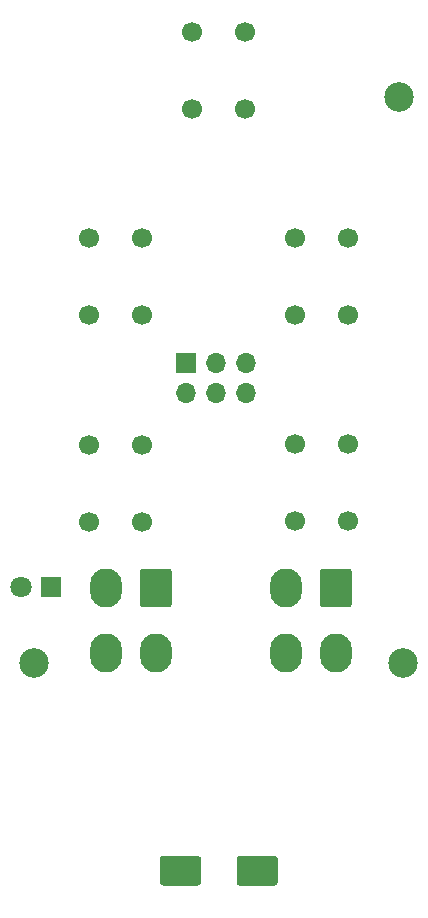
<source format=gbr>
%TF.GenerationSoftware,KiCad,Pcbnew,(5.1.9)-1*%
%TF.CreationDate,2021-09-19T09:11:26-06:00*%
%TF.ProjectId,jett_station_select,6a657474-5f73-4746-9174-696f6e5f7365,rev?*%
%TF.SameCoordinates,Original*%
%TF.FileFunction,Soldermask,Bot*%
%TF.FilePolarity,Negative*%
%FSLAX46Y46*%
G04 Gerber Fmt 4.6, Leading zero omitted, Abs format (unit mm)*
G04 Created by KiCad (PCBNEW (5.1.9)-1) date 2021-09-19 09:11:26*
%MOMM*%
%LPD*%
G01*
G04 APERTURE LIST*
%ADD10C,1.700000*%
%ADD11O,1.700000X1.700000*%
%ADD12R,1.700000X1.700000*%
%ADD13O,2.700000X3.300000*%
%ADD14C,2.500000*%
%ADD15C,1.800000*%
%ADD16R,1.800000X1.800000*%
G04 APERTURE END LIST*
D10*
%TO.C,SW5*%
X156876750Y-97694749D03*
X156876750Y-91194749D03*
X161376750Y-97694749D03*
X161376750Y-91194749D03*
%TD*%
%TO.C,SW4*%
X143922750Y-91217749D03*
X143922750Y-97717749D03*
X139422750Y-91217749D03*
X139422750Y-97717749D03*
%TD*%
%TO.C,SW3*%
X156876750Y-80232250D03*
X156876750Y-73732250D03*
X161376750Y-80232250D03*
X161376750Y-73732250D03*
%TD*%
%TO.C,SW2*%
X143922750Y-73755250D03*
X143922750Y-80255250D03*
X139422750Y-73755250D03*
X139422750Y-80255250D03*
%TD*%
%TO.C,SW1*%
X148145500Y-62769749D03*
X148145500Y-56269749D03*
X152645500Y-62769749D03*
X152645500Y-56269749D03*
%TD*%
D11*
%TO.C,J3*%
X152733375Y-86836249D03*
X152733375Y-84296249D03*
X150193375Y-86836249D03*
X150193375Y-84296249D03*
X147653375Y-86836249D03*
D12*
X147653375Y-84296249D03*
%TD*%
D13*
%TO.C,J2*%
X140913375Y-108846249D03*
X145113375Y-108846249D03*
X140913375Y-103346249D03*
G36*
G01*
X146463375Y-101946250D02*
X146463375Y-104746248D01*
G75*
G02*
X146213374Y-104996249I-250001J0D01*
G01*
X144013376Y-104996249D01*
G75*
G02*
X143763375Y-104746248I0J250001D01*
G01*
X143763375Y-101946250D01*
G75*
G02*
X144013376Y-101696249I250001J0D01*
G01*
X146213374Y-101696249D01*
G75*
G02*
X146463375Y-101946250I0J-250001D01*
G01*
G37*
%TD*%
%TO.C,J1*%
X156153375Y-108846249D03*
X160353375Y-108846249D03*
X156153375Y-103346249D03*
G36*
G01*
X161703375Y-101946250D02*
X161703375Y-104746248D01*
G75*
G02*
X161453374Y-104996249I-250001J0D01*
G01*
X159253376Y-104996249D01*
G75*
G02*
X159003375Y-104746248I0J250001D01*
G01*
X159003375Y-101946250D01*
G75*
G02*
X159253376Y-101696249I250001J0D01*
G01*
X161453374Y-101696249D01*
G75*
G02*
X161703375Y-101946250I0J-250001D01*
G01*
G37*
%TD*%
D14*
%TO.C,H3*%
X166068375Y-109696249D03*
%TD*%
%TO.C,H2*%
X134794625Y-109696249D03*
%TD*%
%TO.C,H1*%
X165671500Y-61753750D03*
%TD*%
D15*
%TO.C,D1*%
X133683375Y-103282749D03*
D16*
X136223375Y-103282749D03*
%TD*%
%TO.C,C1*%
G36*
G01*
X148947375Y-126285749D02*
X148947375Y-128285749D01*
G75*
G02*
X148697375Y-128535749I-250000J0D01*
G01*
X145697375Y-128535749D01*
G75*
G02*
X145447375Y-128285749I0J250000D01*
G01*
X145447375Y-126285749D01*
G75*
G02*
X145697375Y-126035749I250000J0D01*
G01*
X148697375Y-126035749D01*
G75*
G02*
X148947375Y-126285749I0J-250000D01*
G01*
G37*
G36*
G01*
X155447375Y-126285749D02*
X155447375Y-128285749D01*
G75*
G02*
X155197375Y-128535749I-250000J0D01*
G01*
X152197375Y-128535749D01*
G75*
G02*
X151947375Y-128285749I0J250000D01*
G01*
X151947375Y-126285749D01*
G75*
G02*
X152197375Y-126035749I250000J0D01*
G01*
X155197375Y-126035749D01*
G75*
G02*
X155447375Y-126285749I0J-250000D01*
G01*
G37*
%TD*%
M02*

</source>
